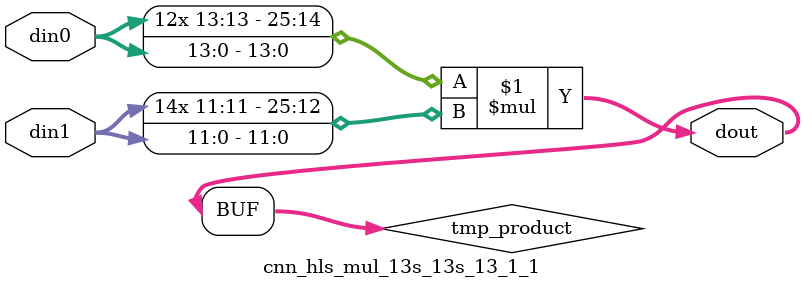
<source format=v>

`timescale 1 ns / 1 ps

 module cnn_hls_mul_13s_13s_13_1_1(din0, din1, dout);
parameter ID = 1;
parameter NUM_STAGE = 0;
parameter din0_WIDTH = 14;
parameter din1_WIDTH = 12;
parameter dout_WIDTH = 26;

input [din0_WIDTH - 1 : 0] din0; 
input [din1_WIDTH - 1 : 0] din1; 
output [dout_WIDTH - 1 : 0] dout;

wire signed [dout_WIDTH - 1 : 0] tmp_product;



























assign tmp_product = $signed(din0) * $signed(din1);








assign dout = tmp_product;





















endmodule

</source>
